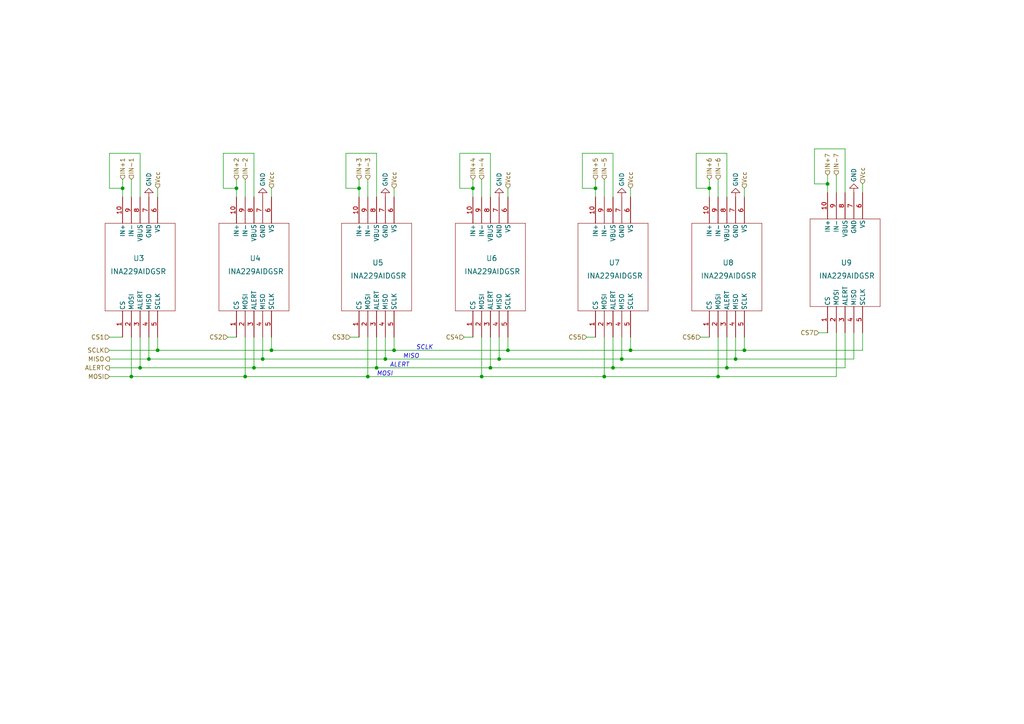
<source format=kicad_sch>
(kicad_sch (version 20230121) (generator eeschema)
  (paper "A4")
  (lib_symbols
    (symbol "INA229AIDGSR:INA229AIDGSR" (pin_names (offset 0.254))
      (property "Reference" "U" (at 20.32 10.16 0))
      (property "Value" "INA229AIDGSR" (at 20.32 7.62 0))
      (symbol "INA229AIDGSR_0_1"
        (polyline (pts (xy 7.62 -15.24) (xy 33.02 -15.24)) (stroke (width 0.127)))
        (polyline (pts (xy 7.62 5.08) (xy 7.62 -15.24)) (stroke (width 0.127)))
        (polyline (pts (xy 33.02 -15.24) (xy 33.02 5.08)) (stroke (width 0.127)))
        (polyline (pts (xy 33.02 5.08) (xy 7.62 5.08)) (stroke (width 0.127)))
        (pin input line (at 0 0 0) (length 7.62) (name "CS") (number "1"))
        (pin input line (at 40.64 0 180) (length 7.62) (name "IN+") (number "10"))
        (pin input line (at 0 -2.54 0) (length 7.62) (name "MOSI") (number "2"))
        (pin output line (at 0 -5.08 0) (length 7.62) (name "ALERT") (number "3"))
        (pin output line (at 0 -7.62 0) (length 7.62) (name "MISO") (number "4"))
        (pin input line (at 0 -10.16 0) (length 7.62) (name "SCLK") (number "5"))
        (pin power_in line (at 40.64 -10.16 180) (length 7.62) (name "VS") (number "6"))
        (pin power_out line (at 40.64 -7.62 180) (length 7.62) (name "GND") (number "7"))
        (pin input line (at 40.64 -5.08 180) (length 7.62) (name "VBUS") (number "8"))
        (pin input line (at 40.64 -2.54 180) (length 7.62) (name "IN-") (number "9"))
      )
    )
    (symbol "power:GND" (power) (pin_names (offset 0))
      (property "Value" "GND" (at 0 -3.81 0))
      (symbol "GND_0_1"
        (polyline (pts (xy 0 0) (xy 0 -1.27) (xy 1.27 -1.27) (xy 0 -2.54) (xy -1.27 -1.27) (xy 0 -1.27)))
      )
      (symbol "GND_1_1"
        (pin power_in line (at 0 0 270) (length 0) hide (name "GND") (number "1"))
      )
    )
  )
  (junction (at 175.26 109.22))
  (junction (at 182.88 101.6))
  (junction (at 109.22 106.68))
  (junction (at 205.74 54.61))
  (junction (at 73.66 106.68))
  (junction (at 71.12 109.22))
  (junction (at 215.9 101.6))
  (junction (at 104.14 54.61))
  (junction (at 43.18 104.14))
  (junction (at 210.82 106.68))
  (junction (at 76.2 104.14))
  (junction (at 78.74 101.6))
  (junction (at 106.68 109.22))
  (junction (at 208.28 109.22))
  (junction (at 147.32 101.6))
  (junction (at 172.72 54.61))
  (junction (at 240.03 53.34))
  (junction (at 38.1 109.22))
  (junction (at 35.56 54.61))
  (junction (at 177.8 106.68))
  (junction (at 213.36 104.14))
  (junction (at 45.72 101.6))
  (junction (at 111.76 104.14))
  (junction (at 40.64 106.68))
  (junction (at 142.24 106.68))
  (junction (at 144.78 104.14))
  (junction (at 114.3 101.6))
  (junction (at 180.34 104.14))
  (junction (at 139.7 109.22))
  (junction (at 68.58 54.61))
  (junction (at 137.16 54.61))
  (wire (pts (xy 106.68 52.07) (xy 106.68 57.15)))
  (wire (pts (xy 168.91 54.61) (xy 172.72 54.61)))
  (wire (pts (xy 71.12 109.22) (xy 71.12 97.79)))
  (wire (pts (xy 106.68 109.22) (xy 139.7 109.22)))
  (wire (pts (xy 210.82 106.68) (xy 245.11 106.68)))
  (wire (pts (xy 101.6 97.79) (xy 104.14 97.79)))
  (wire (pts (xy 177.8 57.15) (xy 177.8 44.45)))
  (wire (pts (xy 242.57 109.22) (xy 242.57 96.52)))
  (wire (pts (xy 142.24 57.15) (xy 142.24 44.45)))
  (wire (pts (xy 201.93 44.45) (xy 201.93 54.61)))
  (wire (pts (xy 215.9 97.79) (xy 215.9 101.6)))
  (wire (pts (xy 31.75 44.45) (xy 31.75 54.61)))
  (wire (pts (xy 35.56 54.61) (xy 35.56 57.15)))
  (wire (pts (xy 208.28 52.07) (xy 208.28 57.15)))
  (wire (pts (xy 64.77 54.61) (xy 68.58 54.61)))
  (wire (pts (xy 66.04 97.79) (xy 68.58 97.79)))
  (wire (pts (xy 38.1 109.22) (xy 71.12 109.22)))
  (wire (pts (xy 205.74 52.07) (xy 205.74 54.61)))
  (wire (pts (xy 73.66 97.79) (xy 73.66 106.68)))
  (wire (pts (xy 104.14 54.61) (xy 104.14 57.15)))
  (wire (pts (xy 245.11 55.88) (xy 245.11 43.18)))
  (wire (pts (xy 40.64 57.15) (xy 40.64 44.45)))
  (wire (pts (xy 31.75 109.22) (xy 38.1 109.22)))
  (wire (pts (xy 250.19 101.6) (xy 250.19 96.52)))
  (wire (pts (xy 31.75 104.14) (xy 43.18 104.14)))
  (wire (pts (xy 236.22 53.34) (xy 240.03 53.34)))
  (wire (pts (xy 76.2 104.14) (xy 111.76 104.14)))
  (wire (pts (xy 64.77 44.45) (xy 64.77 54.61)))
  (wire (pts (xy 139.7 52.07) (xy 139.7 57.15)))
  (wire (pts (xy 240.03 50.8) (xy 240.03 53.34)))
  (wire (pts (xy 210.82 44.45) (xy 201.93 44.45)))
  (wire (pts (xy 40.64 106.68) (xy 73.66 106.68)))
  (wire (pts (xy 133.35 44.45) (xy 133.35 54.61)))
  (wire (pts (xy 73.66 106.68) (xy 109.22 106.68)))
  (wire (pts (xy 175.26 109.22) (xy 139.7 109.22)))
  (wire (pts (xy 78.74 101.6) (xy 78.74 97.79)))
  (wire (pts (xy 215.9 101.6) (xy 250.19 101.6)))
  (wire (pts (xy 182.88 54.61) (xy 182.88 57.15)))
  (wire (pts (xy 43.18 104.14) (xy 43.18 97.79)))
  (wire (pts (xy 172.72 52.07) (xy 172.72 54.61)))
  (wire (pts (xy 38.1 109.22) (xy 38.1 97.79)))
  (wire (pts (xy 104.14 52.07) (xy 104.14 54.61)))
  (wire (pts (xy 106.68 109.22) (xy 106.68 97.79)))
  (wire (pts (xy 137.16 54.61) (xy 137.16 57.15)))
  (wire (pts (xy 175.26 52.07) (xy 175.26 57.15)))
  (wire (pts (xy 213.36 104.14) (xy 247.65 104.14)))
  (wire (pts (xy 237.49 96.52) (xy 240.03 96.52)))
  (wire (pts (xy 114.3 101.6) (xy 78.74 101.6)))
  (wire (pts (xy 240.03 53.34) (xy 240.03 55.88)))
  (wire (pts (xy 182.88 101.6) (xy 182.88 97.79)))
  (wire (pts (xy 215.9 101.6) (xy 182.88 101.6)))
  (wire (pts (xy 73.66 44.45) (xy 64.77 44.45)))
  (wire (pts (xy 68.58 54.61) (xy 68.58 57.15)))
  (wire (pts (xy 210.82 106.68) (xy 177.8 106.68)))
  (wire (pts (xy 213.36 97.79) (xy 213.36 104.14)))
  (wire (pts (xy 134.62 97.79) (xy 137.16 97.79)))
  (wire (pts (xy 180.34 97.79) (xy 180.34 104.14)))
  (wire (pts (xy 177.8 44.45) (xy 168.91 44.45)))
  (wire (pts (xy 172.72 54.61) (xy 172.72 57.15)))
  (wire (pts (xy 147.32 101.6) (xy 182.88 101.6)))
  (wire (pts (xy 170.18 97.79) (xy 172.72 97.79)))
  (wire (pts (xy 114.3 97.79) (xy 114.3 101.6)))
  (wire (pts (xy 40.64 106.68) (xy 40.64 97.79)))
  (wire (pts (xy 109.22 106.68) (xy 109.22 97.79)))
  (wire (pts (xy 35.56 52.07) (xy 35.56 54.61)))
  (wire (pts (xy 78.74 54.61) (xy 78.74 57.15)))
  (wire (pts (xy 203.2 97.79) (xy 205.74 97.79)))
  (wire (pts (xy 236.22 43.18) (xy 236.22 53.34)))
  (wire (pts (xy 250.19 53.34) (xy 250.19 55.88)))
  (wire (pts (xy 242.57 50.8) (xy 242.57 55.88)))
  (wire (pts (xy 31.75 97.79) (xy 35.56 97.79)))
  (wire (pts (xy 144.78 104.14) (xy 144.78 97.79)))
  (wire (pts (xy 111.76 104.14) (xy 144.78 104.14)))
  (wire (pts (xy 180.34 104.14) (xy 144.78 104.14)))
  (wire (pts (xy 168.91 44.45) (xy 168.91 54.61)))
  (wire (pts (xy 71.12 52.07) (xy 71.12 57.15)))
  (wire (pts (xy 177.8 97.79) (xy 177.8 106.68)))
  (wire (pts (xy 68.58 52.07) (xy 68.58 54.61)))
  (wire (pts (xy 31.75 54.61) (xy 35.56 54.61)))
  (wire (pts (xy 100.33 44.45) (xy 100.33 54.61)))
  (wire (pts (xy 247.65 104.14) (xy 247.65 96.52)))
  (wire (pts (xy 38.1 52.07) (xy 38.1 57.15)))
  (wire (pts (xy 208.28 97.79) (xy 208.28 109.22)))
  (wire (pts (xy 175.26 97.79) (xy 175.26 109.22)))
  (wire (pts (xy 208.28 109.22) (xy 175.26 109.22)))
  (wire (pts (xy 208.28 109.22) (xy 242.57 109.22)))
  (wire (pts (xy 245.11 106.68) (xy 245.11 96.52)))
  (wire (pts (xy 45.72 97.79) (xy 45.72 101.6)))
  (wire (pts (xy 31.75 101.6) (xy 45.72 101.6)))
  (wire (pts (xy 142.24 106.68) (xy 142.24 97.79)))
  (wire (pts (xy 147.32 101.6) (xy 114.3 101.6)))
  (wire (pts (xy 213.36 104.14) (xy 180.34 104.14)))
  (wire (pts (xy 177.8 106.68) (xy 142.24 106.68)))
  (wire (pts (xy 210.82 97.79) (xy 210.82 106.68)))
  (wire (pts (xy 45.72 101.6) (xy 78.74 101.6)))
  (wire (pts (xy 142.24 106.68) (xy 109.22 106.68)))
  (wire (pts (xy 43.18 104.14) (xy 76.2 104.14)))
  (wire (pts (xy 40.64 44.45) (xy 31.75 44.45)))
  (wire (pts (xy 205.74 54.61) (xy 205.74 57.15)))
  (wire (pts (xy 133.35 54.61) (xy 137.16 54.61)))
  (wire (pts (xy 100.33 54.61) (xy 104.14 54.61)))
  (wire (pts (xy 236.22 43.18) (xy 245.11 43.18)))
  (wire (pts (xy 137.16 52.07) (xy 137.16 54.61)))
  (wire (pts (xy 76.2 104.14) (xy 76.2 97.79)))
  (wire (pts (xy 139.7 109.22) (xy 139.7 97.79)))
  (wire (pts (xy 215.9 54.61) (xy 215.9 57.15)))
  (wire (pts (xy 73.66 57.15) (xy 73.66 44.45)))
  (wire (pts (xy 147.32 54.61) (xy 147.32 57.15)))
  (wire (pts (xy 201.93 54.61) (xy 205.74 54.61)))
  (wire (pts (xy 109.22 57.15) (xy 109.22 44.45)))
  (wire (pts (xy 45.72 54.61) (xy 45.72 57.15)))
  (wire (pts (xy 109.22 44.45) (xy 100.33 44.45)))
  (wire (pts (xy 210.82 57.15) (xy 210.82 44.45)))
  (wire (pts (xy 147.32 101.6) (xy 147.32 97.79)))
  (wire (pts (xy 111.76 104.14) (xy 111.76 97.79)))
  (wire (pts (xy 71.12 109.22) (xy 106.68 109.22)))
  (wire (pts (xy 114.3 54.61) (xy 114.3 57.15)))
  (wire (pts (xy 142.24 44.45) (xy 133.35 44.45)))
  (wire (pts (xy 31.75 106.68) (xy 40.64 106.68)))
  (text "SCLK" (at 120.65 101.6 0) (effects (font (size 1.27 1.27) italic) (justify left bottom)))
  (text "MOSI" (at 109.22 109.22 0) (effects (font (size 1.27 1.27) italic) (justify left bottom)))
  (text "MISO" (at 116.84 104.14 0) (effects (font (size 1.27 1.27) italic) (justify left bottom)))
  (text "ALERT" (at 113.03 106.68 0) (effects (font (size 1.27 1.27) italic) (justify left bottom)))
  (hierarchical_label "Vcc" (shape input) (at 182.88 54.61 90))
  (hierarchical_label "Vcc" (shape input) (at 250.19 53.34 90))
  (hierarchical_label "IN-6" (shape input) (at 208.28 52.07 90))
  (hierarchical_label "SCLK" (shape input) (at 31.75 101.6 180))
  (hierarchical_label "IN+6" (shape input) (at 205.74 52.07 90))
  (hierarchical_label "IN-2" (shape input) (at 71.12 52.07 90))
  (hierarchical_label "MISO" (shape output) (at 31.75 104.14 180))
  (hierarchical_label "IN+7" (shape input) (at 240.03 50.8 90))
  (hierarchical_label "Vcc" (shape input) (at 78.74 54.61 90))
  (hierarchical_label "IN-3" (shape input) (at 106.68 52.07 90))
  (hierarchical_label "CS3" (shape input) (at 101.6 97.79 180))
  (hierarchical_label "IN-7" (shape input) (at 242.57 50.8 90))
  (hierarchical_label "MOSI" (shape input) (at 31.75 109.22 180))
  (hierarchical_label "ALERT" (shape output) (at 31.75 106.68 180))
  (hierarchical_label "Vcc" (shape input) (at 215.9 54.61 90))
  (hierarchical_label "CS5" (shape input) (at 170.18 97.79 180))
  (hierarchical_label "Vcc" (shape input) (at 45.72 54.61 90))
  (hierarchical_label "Vcc" (shape input) (at 147.32 54.61 90))
  (hierarchical_label "CS2" (shape input) (at 66.04 97.79 180))
  (hierarchical_label "IN+3" (shape input) (at 104.14 52.07 90))
  (hierarchical_label "IN+2" (shape input) (at 68.58 52.07 90))
  (hierarchical_label "Vcc" (shape input) (at 114.3 54.61 90))
  (hierarchical_label "IN+4" (shape input) (at 137.16 52.07 90))
  (hierarchical_label "IN-4" (shape input) (at 139.7 52.07 90))
  (hierarchical_label "CS6" (shape input) (at 203.2 97.79 180))
  (hierarchical_label "IN-5" (shape input) (at 175.26 52.07 90))
  (hierarchical_label "CS7" (shape input) (at 237.49 96.52 180))
  (hierarchical_label "IN-1" (shape input) (at 38.1 52.07 90))
  (hierarchical_label "CS4" (shape input) (at 134.62 97.79 180))
  (hierarchical_label "IN+1" (shape input) (at 35.56 52.07 90))
  (hierarchical_label "CS1" (shape input) (at 31.75 97.79 180))
  (hierarchical_label "IN+5" (shape input) (at 172.72 52.07 90))
  (symbol (lib_id "power:GND") (at 180.34 57.15 180) (unit 1)
    (property "Reference" "#PWR020" (effects hide))
    (property "Value" "GND" (at 180.34 52.07 90))
  )
  (symbol (lib_id "INA229AIDGSR:INA229AIDGSR") (at 137.16 97.79 90) (unit 1)
    (property "Reference" "U6" (at 140.97 74.93 90) (effects (font (size 1.524 1.524)) (justify right)))
    (property "Value" "INA229AIDGSR" (at 134.62 78.74 90) (effects (font (size 1.524 1.524)) (justify right)))
    (property "Footprint" "footprints:VSSOP10_DGS_TEX" (effects hide))
    (property "Datasheet" "INA229AIDGSR" (effects hide))
  )
  (symbol (lib_id "power:GND") (at 144.78 57.15 180) (unit 1)
    (property "Reference" "#PWR019" (effects hide))
    (property "Value" "GND" (at 144.78 52.07 90))
  )
  (symbol (lib_id "INA229AIDGSR:INA229AIDGSR") (at 68.58 97.79 90) (unit 1)
    (property "Reference" "U4" (at 72.39 74.93 90) (effects (font (size 1.524 1.524)) (justify right)))
    (property "Value" "INA229AIDGSR" (at 66.04 78.74 90) (effects (font (size 1.524 1.524)) (justify right)))
    (property "Footprint" "footprints:VSSOP10_DGS_TEX" (effects hide))
    (property "Datasheet" "INA229AIDGSR" (effects hide))
  )
  (symbol (lib_id "INA229AIDGSR:INA229AIDGSR") (at 104.14 97.79 90) (unit 1)
    (property "Reference" "U5" (at 107.95 76.2 90) (effects (font (size 1.524 1.524)) (justify right)))
    (property "Value" "INA229AIDGSR" (at 101.6 80.01 90) (effects (font (size 1.524 1.524)) (justify right)))
    (property "Footprint" "footprints:VSSOP10_DGS_TEX" (effects hide))
    (property "Datasheet" "INA229AIDGSR" (effects hide))
  )
  (symbol (lib_id "INA229AIDGSR:INA229AIDGSR") (at 35.56 97.79 90) (unit 1)
    (property "Reference" "U3" (at 41.91 74.93 90) (effects (font (size 1.524 1.524)) (justify left)))
    (property "Value" "INA229AIDGSR" (at 48.26 78.74 90) (effects (font (size 1.524 1.524)) (justify left)))
    (property "Footprint" "footprints:VSSOP10_DGS_TEX" (effects hide))
    (property "Datasheet" "INA229AIDGSR" (effects hide))
  )
  (symbol (lib_id "power:GND") (at 76.2 57.15 180) (unit 1)
    (property "Reference" "#PWR017" (effects hide))
    (property "Value" "GND" (at 76.2 52.07 90))
  )
  (symbol (lib_id "power:GND") (at 43.18 57.15 180) (unit 1)
    (property "Reference" "#PWR016" (effects hide))
    (property "Value" "GND" (at 43.18 52.07 90))
  )
  (symbol (lib_id "INA229AIDGSR:INA229AIDGSR") (at 240.03 96.52 90) (unit 1)
    (property "Reference" "U9" (at 243.84 76.2 90) (effects (font (size 1.524 1.524)) (justify right)))
    (property "Value" "INA229AIDGSR" (at 237.49 80.01 90) (effects (font (size 1.524 1.524)) (justify right)))
    (property "Footprint" "footprints:VSSOP10_DGS_TEX" (effects hide))
    (property "Datasheet" "INA229AIDGSR" (effects hide))
  )
  (symbol (lib_id "power:GND") (at 247.65 55.88 180) (unit 1)
    (property "Reference" "#PWR022" (effects hide))
    (property "Value" "GND" (at 247.65 50.8 90))
  )
  (symbol (lib_id "INA229AIDGSR:INA229AIDGSR") (at 172.72 97.79 90) (unit 1)
    (property "Reference" "U7" (at 176.53 76.2 90) (effects (font (size 1.524 1.524)) (justify right)))
    (property "Value" "INA229AIDGSR" (at 170.18 80.01 90) (effects (font (size 1.524 1.524)) (justify right)))
    (property "Footprint" "footprints:VSSOP10_DGS_TEX" (effects hide))
    (property "Datasheet" "INA229AIDGSR" (effects hide))
  )
  (symbol (lib_id "power:GND") (at 213.36 57.15 180) (unit 1)
    (property "Reference" "#PWR021" (effects hide))
    (property "Value" "GND" (at 213.36 52.07 90))
  )
  (symbol (lib_id "INA229AIDGSR:INA229AIDGSR") (at 205.74 97.79 90) (unit 1)
    (property "Reference" "U8" (at 209.55 76.2 90) (effects (font (size 1.524 1.524)) (justify right)))
    (property "Value" "INA229AIDGSR" (at 203.2 80.01 90) (effects (font (size 1.524 1.524)) (justify right)))
    (property "Footprint" "footprints:VSSOP10_DGS_TEX" (effects hide))
    (property "Datasheet" "INA229AIDGSR" (effects hide))
  )
  (symbol (lib_id "power:GND") (at 111.76 57.15 180) (unit 1)
    (property "Reference" "#PWR018" (effects hide))
    (property "Value" "GND" (at 111.76 52.07 90))
  )
)
</source>
